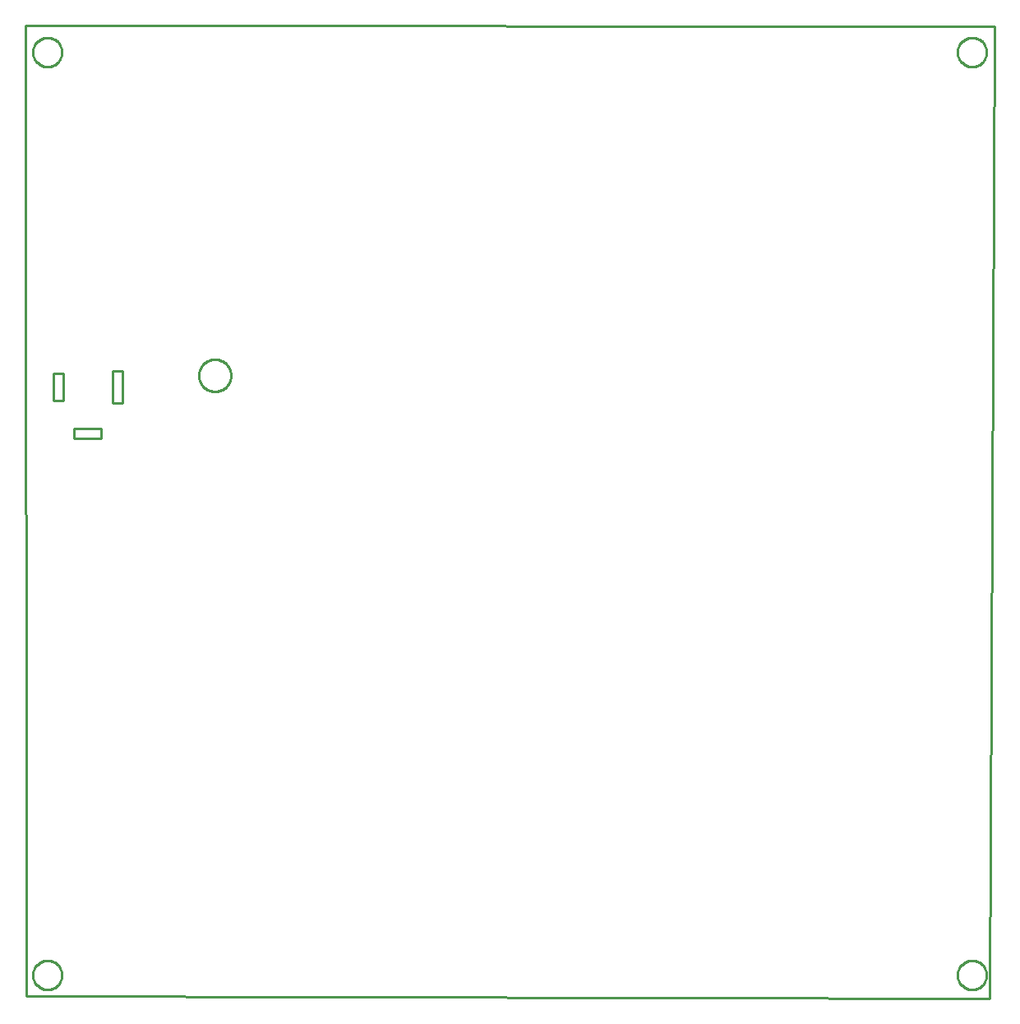
<source format=gbr>
G04 EAGLE Gerber RS-274X export*
G75*
%MOMM*%
%FSLAX34Y34*%
%LPD*%
%IN*%
%IPPOS*%
%AMOC8*
5,1,8,0,0,1.08239X$1,22.5*%
G01*
%ADD10C,0.254000*%


D10*
X0Y1000000D02*
X500Y500D01*
X993500Y-1500D01*
X998500Y999000D01*
X0Y1000000D01*
X29000Y614000D02*
X39000Y614000D01*
X39000Y642000D01*
X29000Y642000D01*
X29000Y614000D01*
X90000Y611500D02*
X100000Y611500D01*
X100000Y644500D01*
X90000Y644500D01*
X90000Y611500D01*
X50000Y575000D02*
X78000Y575000D01*
X78000Y585000D01*
X50000Y585000D01*
X50000Y575000D01*
X37500Y21964D02*
X37424Y20896D01*
X37271Y19835D01*
X37043Y18788D01*
X36741Y17760D01*
X36367Y16756D01*
X35922Y15781D01*
X35408Y14841D01*
X34829Y13940D01*
X34187Y13082D01*
X33485Y12272D01*
X32728Y11515D01*
X31918Y10813D01*
X31060Y10171D01*
X30159Y9592D01*
X29219Y9078D01*
X28244Y8633D01*
X27240Y8259D01*
X26212Y7957D01*
X25165Y7729D01*
X24104Y7576D01*
X23036Y7500D01*
X21964Y7500D01*
X20896Y7576D01*
X19835Y7729D01*
X18788Y7957D01*
X17760Y8259D01*
X16756Y8633D01*
X15781Y9078D01*
X14841Y9592D01*
X13940Y10171D01*
X13082Y10813D01*
X12272Y11515D01*
X11515Y12272D01*
X10813Y13082D01*
X10171Y13940D01*
X9592Y14841D01*
X9078Y15781D01*
X8633Y16756D01*
X8259Y17760D01*
X7957Y18788D01*
X7729Y19835D01*
X7576Y20896D01*
X7500Y21964D01*
X7500Y23036D01*
X7576Y24104D01*
X7729Y25165D01*
X7957Y26212D01*
X8259Y27240D01*
X8633Y28244D01*
X9078Y29219D01*
X9592Y30159D01*
X10171Y31060D01*
X10813Y31918D01*
X11515Y32728D01*
X12272Y33485D01*
X13082Y34187D01*
X13940Y34829D01*
X14841Y35408D01*
X15781Y35922D01*
X16756Y36367D01*
X17760Y36741D01*
X18788Y37043D01*
X19835Y37271D01*
X20896Y37424D01*
X21964Y37500D01*
X23036Y37500D01*
X24104Y37424D01*
X25165Y37271D01*
X26212Y37043D01*
X27240Y36741D01*
X28244Y36367D01*
X29219Y35922D01*
X30159Y35408D01*
X31060Y34829D01*
X31918Y34187D01*
X32728Y33485D01*
X33485Y32728D01*
X34187Y31918D01*
X34829Y31060D01*
X35408Y30159D01*
X35922Y29219D01*
X36367Y28244D01*
X36741Y27240D01*
X37043Y26212D01*
X37271Y25165D01*
X37424Y24104D01*
X37500Y23036D01*
X37500Y21964D01*
X990000Y21964D02*
X989924Y20896D01*
X989771Y19835D01*
X989543Y18788D01*
X989241Y17760D01*
X988867Y16756D01*
X988422Y15781D01*
X987908Y14841D01*
X987329Y13940D01*
X986687Y13082D01*
X985985Y12272D01*
X985228Y11515D01*
X984418Y10813D01*
X983560Y10171D01*
X982659Y9592D01*
X981719Y9078D01*
X980744Y8633D01*
X979740Y8259D01*
X978712Y7957D01*
X977665Y7729D01*
X976604Y7576D01*
X975536Y7500D01*
X974464Y7500D01*
X973396Y7576D01*
X972335Y7729D01*
X971288Y7957D01*
X970260Y8259D01*
X969256Y8633D01*
X968281Y9078D01*
X967341Y9592D01*
X966440Y10171D01*
X965582Y10813D01*
X964772Y11515D01*
X964015Y12272D01*
X963313Y13082D01*
X962671Y13940D01*
X962092Y14841D01*
X961578Y15781D01*
X961133Y16756D01*
X960759Y17760D01*
X960457Y18788D01*
X960229Y19835D01*
X960076Y20896D01*
X960000Y21964D01*
X960000Y23036D01*
X960076Y24104D01*
X960229Y25165D01*
X960457Y26212D01*
X960759Y27240D01*
X961133Y28244D01*
X961578Y29219D01*
X962092Y30159D01*
X962671Y31060D01*
X963313Y31918D01*
X964015Y32728D01*
X964772Y33485D01*
X965582Y34187D01*
X966440Y34829D01*
X967341Y35408D01*
X968281Y35922D01*
X969256Y36367D01*
X970260Y36741D01*
X971288Y37043D01*
X972335Y37271D01*
X973396Y37424D01*
X974464Y37500D01*
X975536Y37500D01*
X976604Y37424D01*
X977665Y37271D01*
X978712Y37043D01*
X979740Y36741D01*
X980744Y36367D01*
X981719Y35922D01*
X982659Y35408D01*
X983560Y34829D01*
X984418Y34187D01*
X985228Y33485D01*
X985985Y32728D01*
X986687Y31918D01*
X987329Y31060D01*
X987908Y30159D01*
X988422Y29219D01*
X988867Y28244D01*
X989241Y27240D01*
X989543Y26212D01*
X989771Y25165D01*
X989924Y24104D01*
X990000Y23036D01*
X990000Y21964D01*
X990000Y971964D02*
X989924Y970896D01*
X989771Y969835D01*
X989543Y968788D01*
X989241Y967760D01*
X988867Y966756D01*
X988422Y965781D01*
X987908Y964841D01*
X987329Y963940D01*
X986687Y963082D01*
X985985Y962272D01*
X985228Y961515D01*
X984418Y960813D01*
X983560Y960171D01*
X982659Y959592D01*
X981719Y959078D01*
X980744Y958633D01*
X979740Y958259D01*
X978712Y957957D01*
X977665Y957729D01*
X976604Y957576D01*
X975536Y957500D01*
X974464Y957500D01*
X973396Y957576D01*
X972335Y957729D01*
X971288Y957957D01*
X970260Y958259D01*
X969256Y958633D01*
X968281Y959078D01*
X967341Y959592D01*
X966440Y960171D01*
X965582Y960813D01*
X964772Y961515D01*
X964015Y962272D01*
X963313Y963082D01*
X962671Y963940D01*
X962092Y964841D01*
X961578Y965781D01*
X961133Y966756D01*
X960759Y967760D01*
X960457Y968788D01*
X960229Y969835D01*
X960076Y970896D01*
X960000Y971964D01*
X960000Y973036D01*
X960076Y974104D01*
X960229Y975165D01*
X960457Y976212D01*
X960759Y977240D01*
X961133Y978244D01*
X961578Y979219D01*
X962092Y980159D01*
X962671Y981060D01*
X963313Y981918D01*
X964015Y982728D01*
X964772Y983485D01*
X965582Y984187D01*
X966440Y984829D01*
X967341Y985408D01*
X968281Y985922D01*
X969256Y986367D01*
X970260Y986741D01*
X971288Y987043D01*
X972335Y987271D01*
X973396Y987424D01*
X974464Y987500D01*
X975536Y987500D01*
X976604Y987424D01*
X977665Y987271D01*
X978712Y987043D01*
X979740Y986741D01*
X980744Y986367D01*
X981719Y985922D01*
X982659Y985408D01*
X983560Y984829D01*
X984418Y984187D01*
X985228Y983485D01*
X985985Y982728D01*
X986687Y981918D01*
X987329Y981060D01*
X987908Y980159D01*
X988422Y979219D01*
X988867Y978244D01*
X989241Y977240D01*
X989543Y976212D01*
X989771Y975165D01*
X989924Y974104D01*
X990000Y973036D01*
X990000Y971964D01*
X37500Y971964D02*
X37424Y970896D01*
X37271Y969835D01*
X37043Y968788D01*
X36741Y967760D01*
X36367Y966756D01*
X35922Y965781D01*
X35408Y964841D01*
X34829Y963940D01*
X34187Y963082D01*
X33485Y962272D01*
X32728Y961515D01*
X31918Y960813D01*
X31060Y960171D01*
X30159Y959592D01*
X29219Y959078D01*
X28244Y958633D01*
X27240Y958259D01*
X26212Y957957D01*
X25165Y957729D01*
X24104Y957576D01*
X23036Y957500D01*
X21964Y957500D01*
X20896Y957576D01*
X19835Y957729D01*
X18788Y957957D01*
X17760Y958259D01*
X16756Y958633D01*
X15781Y959078D01*
X14841Y959592D01*
X13940Y960171D01*
X13082Y960813D01*
X12272Y961515D01*
X11515Y962272D01*
X10813Y963082D01*
X10171Y963940D01*
X9592Y964841D01*
X9078Y965781D01*
X8633Y966756D01*
X8259Y967760D01*
X7957Y968788D01*
X7729Y969835D01*
X7576Y970896D01*
X7500Y971964D01*
X7500Y973036D01*
X7576Y974104D01*
X7729Y975165D01*
X7957Y976212D01*
X8259Y977240D01*
X8633Y978244D01*
X9078Y979219D01*
X9592Y980159D01*
X10171Y981060D01*
X10813Y981918D01*
X11515Y982728D01*
X12272Y983485D01*
X13082Y984187D01*
X13940Y984829D01*
X14841Y985408D01*
X15781Y985922D01*
X16756Y986367D01*
X17760Y986741D01*
X18788Y987043D01*
X19835Y987271D01*
X20896Y987424D01*
X21964Y987500D01*
X23036Y987500D01*
X24104Y987424D01*
X25165Y987271D01*
X26212Y987043D01*
X27240Y986741D01*
X28244Y986367D01*
X29219Y985922D01*
X30159Y985408D01*
X31060Y984829D01*
X31918Y984187D01*
X32728Y983485D01*
X33485Y982728D01*
X34187Y981918D01*
X34829Y981060D01*
X35408Y980159D01*
X35922Y979219D01*
X36367Y978244D01*
X36741Y977240D01*
X37043Y976212D01*
X37271Y975165D01*
X37424Y974104D01*
X37500Y973036D01*
X37500Y971964D01*
X178490Y640280D02*
X178561Y641359D01*
X178702Y642431D01*
X178913Y643491D01*
X179192Y644535D01*
X179540Y645559D01*
X179954Y646557D01*
X180432Y647527D01*
X180972Y648463D01*
X181573Y649362D01*
X182231Y650219D01*
X182944Y651032D01*
X183708Y651797D01*
X184521Y652509D01*
X185378Y653167D01*
X186277Y653768D01*
X187213Y654308D01*
X188183Y654786D01*
X189181Y655200D01*
X190205Y655548D01*
X191249Y655827D01*
X192309Y656038D01*
X193381Y656179D01*
X194460Y656250D01*
X195540Y656250D01*
X196619Y656179D01*
X197691Y656038D01*
X198751Y655827D01*
X199795Y655548D01*
X200819Y655200D01*
X201817Y654786D01*
X202787Y654308D01*
X203723Y653768D01*
X204622Y653167D01*
X205479Y652509D01*
X206292Y651797D01*
X207057Y651032D01*
X207769Y650219D01*
X208427Y649362D01*
X209028Y648463D01*
X209568Y647527D01*
X210046Y646557D01*
X210460Y645559D01*
X210808Y644535D01*
X211087Y643491D01*
X211298Y642431D01*
X211439Y641359D01*
X211510Y640280D01*
X211510Y639200D01*
X211439Y638121D01*
X211298Y637049D01*
X211087Y635989D01*
X210808Y634945D01*
X210460Y633921D01*
X210046Y632923D01*
X209568Y631953D01*
X209028Y631017D01*
X208427Y630118D01*
X207769Y629261D01*
X207057Y628448D01*
X206292Y627684D01*
X205479Y626971D01*
X204622Y626313D01*
X203723Y625712D01*
X202787Y625172D01*
X201817Y624694D01*
X200819Y624280D01*
X199795Y623932D01*
X198751Y623653D01*
X197691Y623442D01*
X196619Y623301D01*
X195540Y623230D01*
X194460Y623230D01*
X193381Y623301D01*
X192309Y623442D01*
X191249Y623653D01*
X190205Y623932D01*
X189181Y624280D01*
X188183Y624694D01*
X187213Y625172D01*
X186277Y625712D01*
X185378Y626313D01*
X184521Y626971D01*
X183708Y627684D01*
X182944Y628448D01*
X182231Y629261D01*
X181573Y630118D01*
X180972Y631017D01*
X180432Y631953D01*
X179954Y632923D01*
X179540Y633921D01*
X179192Y634945D01*
X178913Y635989D01*
X178702Y637049D01*
X178561Y638121D01*
X178490Y639200D01*
X178490Y640280D01*
M02*

</source>
